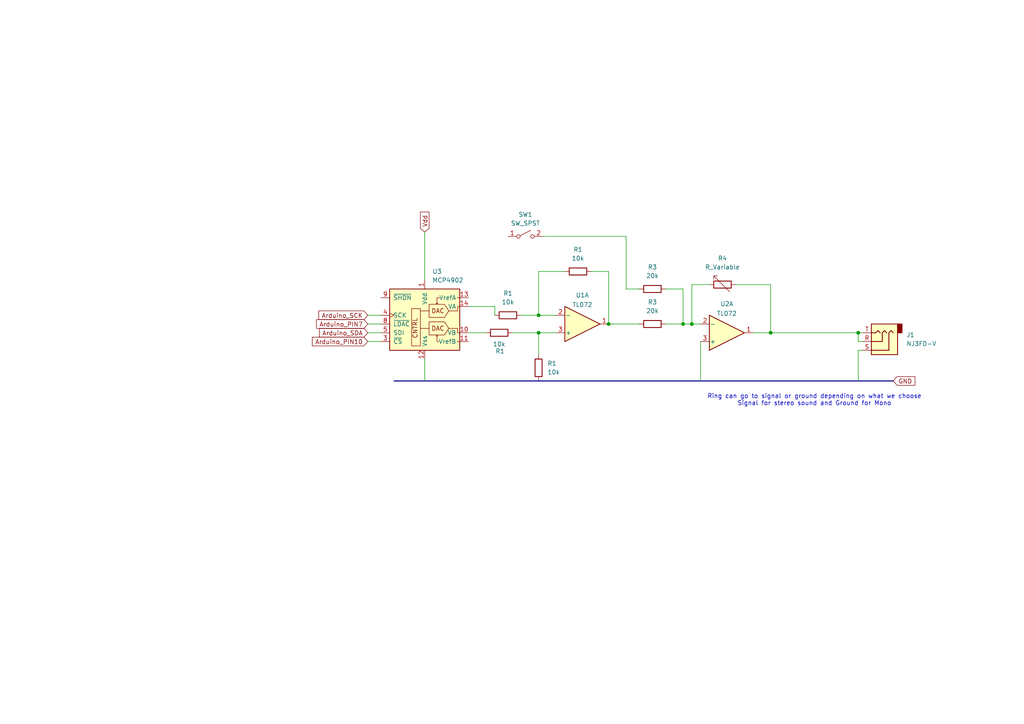
<source format=kicad_sch>
(kicad_sch (version 20231120) (generator "eeschema") (generator_version "8.0")
  (paper "A4")
  (lib_symbols
    (symbol "Amplifier_Operational:TL072" (pin_names (offset 0.127))
      (property "Reference" "U" (at 0 5.08 0))
      (property "Value" "TL072" (at 0 -5.08 0))
      (symbol "TL072_1_1"
        (polyline (pts (xy -5.08 5.08) (xy 5.08 0) (xy -5.08 -5.08) (xy -5.08 5.08)) (stroke (width 0.254)) (fill (type background)))
        (pin output line (at 7.62 0 180) (length 2.54) (name "~") (number "1"))
        (pin input line (at -7.62 -2.54 0) (length 2.54) (name "-") (number "2"))
        (pin input line (at -7.62 2.54 0) (length 2.54) (name "+") (number "3"))
      )
      (symbol "TL072_2_1"
        (polyline (pts (xy -5.08 5.08) (xy 5.08 0) (xy -5.08 -5.08) (xy -5.08 5.08)) (stroke (width 0.254)) (fill (type background)))
        (pin input line (at -7.62 2.54 0) (length 2.54) (name "+") (number "5"))
        (pin input line (at -7.62 -2.54 0) (length 2.54) (name "-") (number "6"))
        (pin output line (at 7.62 0 180) (length 2.54) (name "~") (number "7"))
      )
      (symbol "TL072_3_1"
        (pin power_in line (at -2.54 -7.62 90) (length 3.81) (name "V-") (number "4"))
        (pin power_in line (at -2.54 7.62 270) (length 3.81) (name "V+") (number "8"))
      )
    )
    (symbol "Analog_DAC:MCP4902" (pin_names (offset 1.016))
      (property "Reference" "U" (at -1.905 10.795 0))
      (property "Value" "MCP4902" (at -1.905 8.89 0))
      (symbol "MCP4902_0_0"
        (polyline (pts (xy 3.556 -5.842) (xy 3.302 -6.096)))
        (polyline (pts (xy 3.556 -5.842) (xy 3.81 -6.096)))
        (polyline (pts (xy 3.556 3.302) (xy 3.302 3.556)))
        (polyline (pts (xy 3.556 3.302) (xy 3.81 3.556)))
        (polyline (pts (xy 10.16 -7.62) (xy 9.398 -7.62)))
        (polyline (pts (xy 10.16 5.08) (xy 9.398 5.08)))
        (polyline (pts (xy 4.064 -7.62) (xy 3.556 -7.62) (xy 3.556 -5.842)))
        (polyline (pts (xy 4.318 5.08) (xy 3.556 5.08) (xy 3.556 3.302)))
        (polyline (pts (xy 6.985 -3.81) (xy 9.525 -3.81) (xy 9.525 -5.08) (xy 10.16 -5.08)))
        (polyline (pts (xy 6.985 1.27) (xy 9.525 1.27) (xy 9.525 2.54) (xy 10.16 2.54)))
        (text "CNTRL" (at -2.032 -6.731 900) (effects (font (size 1.27 1.27)) (justify left bottom)))
        (text "DAC" (at 3.81 -3.81 0) (effects (font (size 1.27 1.27))))
        (text "DAC" (at 3.81 1.27 0) (effects (font (size 1.27 1.27))))
      )
      (symbol "MCP4902_0_1"
        (rectangle (start -10.16 7.62) (end 10.16 -10.16) (stroke (width 0.254)) (fill (type background)))
        (rectangle (start -1.27 -8.89) (end -3.81 1.905))
        (polyline (pts (xy 1.27 -3.81) (xy -1.27 -3.81)))
        (polyline (pts (xy 1.27 1.27) (xy -1.27 1.27)))
        (polyline (pts (xy 6.985 -3.81) (xy 5.715 -1.905) (xy 1.27 -1.905) (xy 1.27 -5.715) (xy 5.715 -5.715) (xy 6.985 -3.81)))
        (polyline (pts (xy 6.985 1.27) (xy 5.715 3.175) (xy 1.27 3.175) (xy 1.27 -0.635) (xy 5.715 -0.635) (xy 6.985 1.27)))
      )
      (symbol "MCP4902_1_1"
        (pin power_in line (at 0 10.16 270) (length 2.54) (name "Vdd") (number "1"))
        (pin output line (at 12.7 -5.08 180) (length 2.54) (name "VB") (number "10"))
        (pin input line (at 12.7 -7.62 180) (length 2.54) (name "VrefB") (number "11"))
        (pin power_in line (at 0 -12.7 90) (length 2.54) (name "Vss") (number "12"))
        (pin input line (at 12.7 5.08 180) (length 2.54) (name "VrefA") (number "13"))
        (pin output line (at 12.7 2.54 180) (length 2.54) (name "VA") (number "14"))
        (pin no_connect line (at -7.62 -10.16 90) (length 2.54) hide (name "NC") (number "2"))
        (pin input line (at -12.7 -7.62 0) (length 2.54) (name "~{CS}") (number "3"))
        (pin input clock (at -12.7 0 0) (length 2.54) (name "SCK") (number "4"))
        (pin input line (at -12.7 -5.08 0) (length 2.54) (name "SDI") (number "5"))
        (pin no_connect line (at -5.08 -10.16 90) (length 2.54) hide (name "NC") (number "6"))
        (pin no_connect line (at -2.54 -10.16 90) (length 2.54) hide (name "NC") (number "7"))
        (pin input line (at -12.7 -2.54 0) (length 2.54) (name "~{LDAC}") (number "8"))
        (pin output line (at -12.7 5.08 0) (length 2.54) (name "~{SHDN}") (number "9"))
      )
    )
    (symbol "Connector_Audio:NJ3FD-V"
      (property "Reference" "J" (at 0 8.89 0))
      (property "Value" "NJ3FD-V" (at 0 6.35 0))
      (symbol "NJ3FD-V_0_1"
        (rectangle (start -5.08 -5.08) (end -6.35 -2.54) (stroke (width 0.254)) (fill (type outline)))
        (polyline (pts (xy 0 -2.54) (xy 0.635 -3.175) (xy 1.27 -2.54) (xy 2.54 -2.54)) (stroke (width 0.254)))
        (polyline (pts (xy -1.905 -2.54) (xy -1.27 -3.175) (xy -0.635 -2.54) (xy -0.635 0) (xy 2.54 0)) (stroke (width 0.254)))
        (polyline (pts (xy 2.54 2.54) (xy -2.54 2.54) (xy -2.54 -2.54) (xy -3.175 -3.175) (xy -3.81 -2.54)) (stroke (width 0.254)))
        (rectangle (start 2.54 3.81) (end -5.08 -5.08) (stroke (width 0.254)) (fill (type background)))
      )
      (symbol "NJ3FD-V_1_1"
        (pin passive line (at 5.08 0 180) (length 2.54) (name "~") (number "R"))
        (pin passive line (at 5.08 2.54 180) (length 2.54) (name "~") (number "S"))
        (pin passive line (at 5.08 -2.54 180) (length 2.54) (name "~") (number "T"))
      )
    )
    (symbol "Device:R" (pin_numbers hide) (pin_names (offset 0))
      (property "Reference" "R" (at 2.032 0 90))
      (property "Value" "R" (at 0 0 90))
      (symbol "R_0_1"
        (rectangle (start -1.016 -2.54) (end 1.016 2.54) (stroke (width 0.254)))
      )
      (symbol "R_1_1"
        (pin passive line (at 0 3.81 270) (length 1.27) (name "~") (number "1"))
        (pin passive line (at 0 -3.81 90) (length 1.27) (name "~") (number "2"))
      )
    )
    (symbol "Device:R_Variable" (pin_numbers hide) (pin_names (offset 0))
      (property "Reference" "R" (at 2.54 -2.54 90))
      (property "Value" "R_Variable" (at -2.54 -1.27 90))
      (symbol "R_Variable_0_1"
        (rectangle (start -1.016 -2.54) (end 1.016 2.54) (stroke (width 0.254)))
        (polyline (pts (xy 2.54 1.524) (xy 2.54 2.54) (xy 1.524 2.54) (xy 2.54 2.54) (xy -2.032 -2.032)))
      )
      (symbol "R_Variable_1_1"
        (pin passive line (at 0 3.81 270) (length 1.27) (name "~") (number "1"))
        (pin passive line (at 0 -3.81 90) (length 1.27) (name "~") (number "2"))
      )
    )
    (symbol "Switch:SW_SPST" (pin_names (offset 0) hide)
      (property "Reference" "SW" (at 0 3.175 0))
      (property "Value" "SW_SPST" (at 0 -2.54 0))
      (symbol "SW_SPST_0_0"
        (circle (center -2.032 0) (radius 0.508))
        (polyline (pts (xy -1.524 0.254) (xy 1.524 1.778)))
        (circle (center 2.032 0) (radius 0.508))
      )
      (symbol "SW_SPST_1_1"
        (pin passive line (at -5.08 0 0) (length 2.54) (name "A") (number "1"))
        (pin passive line (at 5.08 0 180) (length 2.54) (name "B") (number "2"))
      )
    )
  )
  (junction (at 248.92 96.52))
  (junction (at 176.53 93.98))
  (junction (at 200.66 93.98))
  (junction (at 223.52 96.52))
  (junction (at 156.21 96.52))
  (junction (at 198.12 93.98))
  (junction (at 156.21 91.44))
  (wire (pts (xy 218.44 96.52) (xy 223.52 96.52)))
  (wire (pts (xy 198.12 83.82) (xy 198.12 93.98)))
  (wire (pts (xy 171.45 78.74) (xy 176.53 78.74)))
  (wire (pts (xy 193.04 93.98) (xy 198.12 93.98)))
  (wire (pts (xy 203.2 99.06) (xy 203.2 110.49)))
  (wire (pts (xy 248.92 101.6) (xy 250.19 101.6)))
  (wire (pts (xy 157.48 68.58) (xy 181.61 68.58)))
  (wire (pts (xy 248.92 101.6) (xy 248.92 110.49)))
  (wire (pts (xy 185.42 83.82) (xy 181.61 83.82)))
  (wire (pts (xy 156.21 96.52) (xy 156.21 102.87)))
  (wire (pts (xy 181.61 83.82) (xy 181.61 68.58)))
  (wire (pts (xy 200.66 82.55) (xy 200.66 93.98)))
  (wire (pts (xy 176.53 93.98) (xy 185.42 93.98)))
  (wire (pts (xy 156.21 78.74) (xy 156.21 91.44)))
  (wire (pts (xy 223.52 82.55) (xy 223.52 96.52)))
  (wire (pts (xy 156.21 91.44) (xy 161.29 91.44)))
  (wire (pts (xy 123.19 104.14) (xy 123.19 110.49)))
  (wire (pts (xy 176.53 78.74) (xy 176.53 93.98)))
  (wire (pts (xy 156.21 78.74) (xy 163.83 78.74)))
  (wire (pts (xy 193.04 83.82) (xy 198.12 83.82)))
  (wire (pts (xy 161.29 96.52) (xy 156.21 96.52)))
  (wire (pts (xy 151.13 91.44) (xy 156.21 91.44)))
  (wire (pts (xy 106.68 99.06) (xy 110.49 99.06)))
  (wire (pts (xy 248.92 96.52) (xy 248.92 99.06)))
  (wire (pts (xy 106.68 93.98) (xy 110.49 93.98)))
  (wire (pts (xy 248.92 96.52) (xy 250.19 96.52)))
  (wire (pts (xy 200.66 93.98) (xy 203.2 93.98)))
  (wire (pts (xy 143.51 88.9) (xy 143.51 91.44)))
  (wire (pts (xy 205.74 82.55) (xy 200.66 82.55)))
  (wire (pts (xy 123.19 67.31) (xy 123.19 81.28)))
  (wire (pts (xy 198.12 93.98) (xy 200.66 93.98)))
  (wire (pts (xy 106.68 91.44) (xy 110.49 91.44)))
  (bus (pts (xy 114.3 110.49) (xy 259.08 110.49)))
  (wire (pts (xy 106.68 96.52) (xy 110.49 96.52)))
  (wire (pts (xy 250.19 99.06) (xy 248.92 99.06)))
  (wire (pts (xy 135.89 88.9) (xy 143.51 88.9)))
  (wire (pts (xy 135.89 96.52) (xy 140.97 96.52)))
  (wire (pts (xy 213.36 82.55) (xy 223.52 82.55)))
  (wire (pts (xy 223.52 96.52) (xy 248.92 96.52)))
  (wire (pts (xy 148.59 96.52) (xy 156.21 96.52)))
  (text "Ring can go to signal or ground depending on what we choose\nSignal for stereo sound and Ground for Mono" (at 236.22 116.078 0) (effects (font (size 1.27 1.27))))
  (global_label "GND" (shape input) (at 259.08 110.49 0) (property "Intersheetrefs" "${INTERSHEET_REFS}" (effects (hide yes))))
  (global_label "Arduino_PIN10" (shape input) (at 106.68 99.06 180) (property "Intersheetrefs" "${INTERSHEET_REFS}" (effects (hide yes))))
  (global_label "Vdd" (shape input) (at 123.19 67.31 90) (property "Intersheetrefs" "${INTERSHEET_REFS}" (effects (hide yes))))
  (global_label "Arduino_SDA" (shape input) (at 106.68 96.52 180) (property "Intersheetrefs" "${INTERSHEET_REFS}" (effects (hide yes))))
  (global_label "Arduino_PIN7" (shape input) (at 106.68 93.98 180) (property "Intersheetrefs" "${INTERSHEET_REFS}" (effects (hide yes))))
  (global_label "Arduino_SCK" (shape input) (at 106.68 91.44 180) (property "Intersheetrefs" "${INTERSHEET_REFS}" (effects (hide yes))))
  (symbol (lib_id "Amplifier_Operational:TL072") (at 168.91 93.98 0) (mirror x) (unit 1)
    (property "Reference" "U1" (at 168.91 85.598 0))
    (property "Value" "TL072" (at 168.91 88.392 0))
    (property "Datasheet" "http://www.ti.com/lit/ds/symlink/tl071.pdf" (effects (hide yes)))
    (property "Description" "Dual Low-Noise JFET-Input Operational Amplifiers, DIP-8/SOIC-8" (effects (hide yes)))
  )
  (symbol (lib_id "Device:R_Variable") (at 209.55 82.55 90) (unit 1)
    (property "Reference" "R4" (at 209.55 74.93 90))
    (property "Value" "R_Variable" (at 209.55 77.47 90))
    (property "Description" "Variable resistor" (effects (hide yes)))
  )
  (symbol (lib_id "Device:R") (at 147.32 91.44 270) (unit 1)
    (property "Reference" "R1" (at 147.32 85.09 90))
    (property "Value" "10k" (at 147.32 87.63 90))
    (property "Description" "Resistor" (effects (hide yes)))
  )
  (symbol (lib_id "Device:R") (at 156.21 106.68 0) (unit 1)
    (property "Reference" "R1" (at 158.75 105.4099 0) (effects (justify left)))
    (property "Value" "10k" (at 158.75 107.9499 0) (effects (justify left)))
    (property "Description" "Resistor" (effects (hide yes)))
  )
  (symbol (lib_id "Connector_Audio:NJ3FD-V") (at 255.27 99.06 180) (unit 1)
    (property "Reference" "J1" (at 262.89 97.1549 0) (effects (justify right)))
    (property "Value" "NJ3FD-V" (at 262.89 99.6949 0) (effects (justify right)))
    (property "Footprint" "Connector_Audio:Jack_6.35mm_Neutrik_NJ3FD-V_Vertical" (effects (hide yes)))
    (property "Datasheet" "https://www.neutrik.com/en/product/nj3fd-v" (effects (hide yes)))
    (property "Description" "6.35mm (1/4 in) Vertical Jack, Non-switching stereo jack (T/R/S)" (effects (hide yes)))
  )
  (symbol (lib_id "Device:R") (at 167.64 78.74 270) (unit 1)
    (property "Reference" "R1" (at 167.64 72.39 90))
    (property "Value" "10k" (at 167.64 74.93 90))
    (property "Description" "Resistor" (effects (hide yes)))
  )
  (symbol (lib_id "Device:R") (at 189.23 93.98 270) (unit 1)
    (property "Reference" "R3" (at 189.23 87.63 90))
    (property "Value" "20k" (at 189.23 90.17 90))
    (property "Description" "Resistor" (effects (hide yes)))
  )
  (symbol (lib_id "Switch:SW_SPST") (at 152.4 68.58 0) (unit 1)
    (property "Reference" "SW1" (at 152.4 62.23 0))
    (property "Value" "SW_SPST" (at 152.4 64.77 0))
    (property "Description" "Single Pole Single Throw (SPST) switch" (effects (hide yes)))
  )
  (symbol (lib_id "Analog_DAC:MCP4902") (at 123.19 91.44 0) (unit 1)
    (property "Reference" "U3" (at 125.3841 78.74 0) (effects (justify left)))
    (property "Value" "MCP4902" (at 125.3841 81.28 0) (effects (justify left)))
    (property "Datasheet" "http://ww1.microchip.com/downloads/en/DeviceDoc/22250A.pdf" (effects (hide yes)))
    (property "Description" "2-Channel 8-Bit D/A Converters with SPI Interface" (effects (hide yes)))
  )
  (symbol (lib_id "Device:R") (at 144.78 96.52 270) (unit 1)
    (property "Reference" "R1" (at 145.034 101.854 90))
    (property "Value" "10k" (at 144.78 99.822 90))
    (property "Description" "Resistor" (effects (hide yes)))
  )
  (symbol (lib_id "Device:R") (at 189.23 83.82 270) (unit 1)
    (property "Reference" "R3" (at 189.23 77.47 90))
    (property "Value" "20k" (at 189.23 80.01 90))
    (property "Description" "Resistor" (effects (hide yes)))
  )
  (symbol (lib_id "Amplifier_Operational:TL072") (at 210.82 96.52 0) (mirror x) (unit 1)
    (property "Reference" "U2" (at 210.82 88.138 0))
    (property "Value" "TL072" (at 210.82 90.932 0))
    (property "Datasheet" "http://www.ti.com/lit/ds/symlink/tl071.pdf" (effects (hide yes)))
    (property "Description" "Dual Low-Noise JFET-Input Operational Amplifiers, DIP-8/SOIC-8" (effects (hide yes)))
  )
)
</source>
